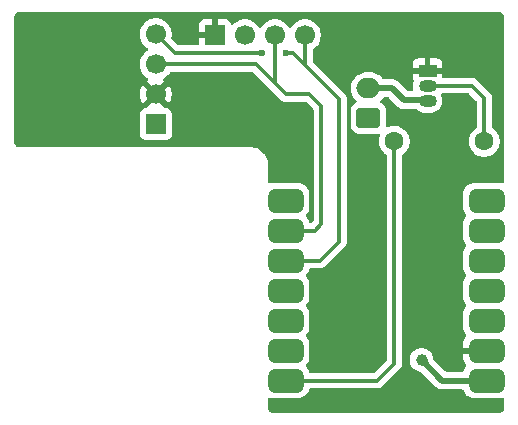
<source format=gbl>
%TF.GenerationSoftware,KiCad,Pcbnew,9.0.2*%
%TF.CreationDate,2025-08-29T11:08:53+00:00*%
%TF.ProjectId,AERIS-Nano Breakout Board,41455249-532d-44e6-916e-6f2042726561,rev?*%
%TF.SameCoordinates,Original*%
%TF.FileFunction,Copper,L2,Bot*%
%TF.FilePolarity,Positive*%
%FSLAX46Y46*%
G04 Gerber Fmt 4.6, Leading zero omitted, Abs format (unit mm)*
G04 Created by KiCad (PCBNEW 9.0.2) date 2025-08-29 11:08:53*
%MOMM*%
%LPD*%
G01*
G04 APERTURE LIST*
G04 Aperture macros list*
%AMRoundRect*
0 Rectangle with rounded corners*
0 $1 Rounding radius*
0 $2 $3 $4 $5 $6 $7 $8 $9 X,Y pos of 4 corners*
0 Add a 4 corners polygon primitive as box body*
4,1,4,$2,$3,$4,$5,$6,$7,$8,$9,$2,$3,0*
0 Add four circle primitives for the rounded corners*
1,1,$1+$1,$2,$3*
1,1,$1+$1,$4,$5*
1,1,$1+$1,$6,$7*
1,1,$1+$1,$8,$9*
0 Add four rect primitives between the rounded corners*
20,1,$1+$1,$2,$3,$4,$5,0*
20,1,$1+$1,$4,$5,$6,$7,0*
20,1,$1+$1,$6,$7,$8,$9,0*
20,1,$1+$1,$8,$9,$2,$3,0*%
G04 Aperture macros list end*
%TA.AperFunction,ComponentPad*%
%ADD10R,1.700000X1.700000*%
%TD*%
%TA.AperFunction,ComponentPad*%
%ADD11C,1.700000*%
%TD*%
%TA.AperFunction,ComponentPad*%
%ADD12C,1.600000*%
%TD*%
%TA.AperFunction,ComponentPad*%
%ADD13RoundRect,0.250000X0.750000X-0.600000X0.750000X0.600000X-0.750000X0.600000X-0.750000X-0.600000X0*%
%TD*%
%TA.AperFunction,ComponentPad*%
%ADD14O,2.000000X1.700000*%
%TD*%
%TA.AperFunction,SMDPad,CuDef*%
%ADD15RoundRect,0.500000X-1.000000X-0.500000X1.000000X-0.500000X1.000000X0.500000X-1.000000X0.500000X0*%
%TD*%
%TA.AperFunction,ComponentPad*%
%ADD16R,1.500000X1.050000*%
%TD*%
%TA.AperFunction,ComponentPad*%
%ADD17O,1.500000X1.050000*%
%TD*%
%TA.AperFunction,ViaPad*%
%ADD18C,0.600000*%
%TD*%
%TA.AperFunction,ViaPad*%
%ADD19C,1.000000*%
%TD*%
%TA.AperFunction,Conductor*%
%ADD20C,0.500000*%
%TD*%
%TA.AperFunction,Conductor*%
%ADD21C,0.300000*%
%TD*%
G04 APERTURE END LIST*
D10*
%TO.P,J1,1,Pin_1*%
%TO.N,GND*%
X164500000Y-93000000D03*
D11*
%TO.P,J1,2,Pin_2*%
%TO.N,+5V*%
X167040000Y-93000000D03*
%TO.P,J1,3,Pin_3*%
%TO.N,/SCL*%
X169580000Y-93000000D03*
%TO.P,J1,4,Pin_4*%
%TO.N,/SDA*%
X172120000Y-93000000D03*
%TD*%
D10*
%TO.P,J2,1,Pin_1*%
%TO.N,+5V*%
X159500000Y-100540000D03*
D11*
%TO.P,J2,2,Pin_2*%
%TO.N,GND*%
X159500000Y-98000000D03*
%TO.P,J2,3,Pin_3*%
%TO.N,/SCL*%
X159500000Y-95460000D03*
%TO.P,J2,4,Pin_4*%
%TO.N,/SDA*%
X159500000Y-92920000D03*
%TD*%
D12*
%TO.P,R1,1*%
%TO.N,/PWM*%
X179690000Y-102000000D03*
%TO.P,R1,2*%
%TO.N,Net-(Q1-B)*%
X187310000Y-102000000D03*
%TD*%
D13*
%TO.P,J3,1,Pin_1*%
%TO.N,+5V*%
X177500000Y-100000000D03*
D14*
%TO.P,J3,2,Pin_2*%
%TO.N,Net-(J3-Pin_2)*%
X177500000Y-97500000D03*
%TD*%
D15*
%TO.P,U1,1,D0*%
%TO.N,/PWM*%
X170500000Y-122240000D03*
%TO.P,U1,2,D1*%
%TO.N,unconnected-(U1-D1-Pad2)*%
X170500000Y-119700000D03*
%TO.P,U1,3,D2*%
%TO.N,unconnected-(U1-D2-Pad3)*%
X170500000Y-117160000D03*
%TO.P,U1,4,D3*%
%TO.N,unconnected-(U1-D3-Pad4)*%
X170500000Y-114620000D03*
%TO.P,U1,5,D4*%
%TO.N,/SDA*%
X170500000Y-112080000D03*
%TO.P,U1,6,D5*%
%TO.N,/SCL*%
X170500000Y-109540000D03*
%TO.P,U1,7,TX_D6*%
%TO.N,unconnected-(U1-TX_D6-Pad7)*%
X170500000Y-107000000D03*
%TO.P,U1,8,RX_D7*%
%TO.N,unconnected-(U1-RX_D7-Pad8)*%
X187500000Y-107000000D03*
%TO.P,U1,9,D8*%
%TO.N,unconnected-(U1-D8-Pad9)*%
X187500000Y-109540000D03*
%TO.P,U1,10,D9*%
%TO.N,unconnected-(U1-D9-Pad10)*%
X187500000Y-112080000D03*
%TO.P,U1,11,D10*%
%TO.N,unconnected-(U1-D10-Pad11)*%
X187500000Y-114620000D03*
%TO.P,U1,12,VCC_3V3*%
%TO.N,unconnected-(U1-VCC_3V3-Pad12)*%
X187500000Y-117160000D03*
%TO.P,U1,13,GND*%
%TO.N,GND*%
X187500000Y-119700000D03*
%TO.P,U1,14,VUSB*%
%TO.N,+5V*%
X187500000Y-122240000D03*
%TD*%
D16*
%TO.P,Q1,1,E*%
%TO.N,GND*%
X182500000Y-96000000D03*
D17*
%TO.P,Q1,2,B*%
%TO.N,Net-(Q1-B)*%
X182500000Y-97270000D03*
%TO.P,Q1,3,C*%
%TO.N,Net-(J3-Pin_2)*%
X182500000Y-98540000D03*
%TD*%
D18*
%TO.N,/SDA*%
X168500000Y-94500000D03*
X170500000Y-94500000D03*
D19*
%TO.N,+5V*%
X182000000Y-120500000D03*
%TD*%
D20*
%TO.N,GND*%
X187500000Y-119700000D02*
X185200000Y-119700000D01*
D21*
%TO.N,/SCL*%
X169580000Y-92500000D02*
X169580000Y-97080000D01*
X169500000Y-97000000D02*
X167960000Y-95460000D01*
X167960000Y-95460000D02*
X159500000Y-95460000D01*
X169500000Y-97000000D02*
X170500000Y-98000000D01*
X169580000Y-97000000D02*
X169500000Y-97000000D01*
X172960000Y-109540000D02*
X170500000Y-109540000D01*
X172500000Y-98000000D02*
X173500000Y-99000000D01*
X173500000Y-99000000D02*
X173500000Y-109000000D01*
X173500000Y-109000000D02*
X172960000Y-109540000D01*
X169580000Y-97000000D02*
X169580000Y-97080000D01*
X170500000Y-98000000D02*
X172500000Y-98000000D01*
%TO.N,/SDA*%
X175000000Y-98380000D02*
X175000000Y-110500000D01*
X172120000Y-95500000D02*
X172120000Y-92500000D01*
X171120000Y-94500000D02*
X172120000Y-95500000D01*
X161080000Y-94500000D02*
X168500000Y-94500000D01*
X173420000Y-112080000D02*
X170500000Y-112080000D01*
X170500000Y-94500000D02*
X171120000Y-94500000D01*
X159500000Y-92920000D02*
X161080000Y-94500000D01*
X172120000Y-95500000D02*
X175000000Y-98380000D01*
X175000000Y-110500000D02*
X173420000Y-112080000D01*
D20*
%TO.N,+5V*%
X183740000Y-122240000D02*
X182000000Y-120500000D01*
X187500000Y-122240000D02*
X183740000Y-122240000D01*
%TO.N,Net-(J3-Pin_2)*%
X177500000Y-97500000D02*
X179500000Y-97500000D01*
D21*
X182460000Y-98500000D02*
X182500000Y-98540000D01*
D20*
X179500000Y-97500000D02*
X180500000Y-98500000D01*
X180500000Y-98500000D02*
X182460000Y-98500000D01*
D21*
%TO.N,Net-(Q1-B)*%
X187310000Y-98310000D02*
X187310000Y-102000000D01*
X182500000Y-97270000D02*
X186270000Y-97270000D01*
X186270000Y-97270000D02*
X187310000Y-98310000D01*
%TO.N,/PWM*%
X179690000Y-120810000D02*
X178260000Y-122240000D01*
X179690000Y-102000000D02*
X179690000Y-120810000D01*
X178260000Y-122240000D02*
X170500000Y-122240000D01*
%TD*%
%TA.AperFunction,Conductor*%
%TO.N,GND*%
G36*
X188506922Y-91001280D02*
G01*
X188597266Y-91011459D01*
X188624331Y-91017636D01*
X188703540Y-91045352D01*
X188728553Y-91057398D01*
X188799606Y-91102043D01*
X188821313Y-91119355D01*
X188880644Y-91178686D01*
X188897957Y-91200395D01*
X188942600Y-91271444D01*
X188954648Y-91296462D01*
X188982362Y-91375666D01*
X188988540Y-91402735D01*
X188998720Y-91493076D01*
X188999500Y-91506961D01*
X188999500Y-105437815D01*
X188979815Y-105504854D01*
X188927011Y-105550609D01*
X188857853Y-105560553D01*
X188841389Y-105557031D01*
X188706261Y-105518367D01*
X188677418Y-105510114D01*
X188677416Y-105510113D01*
X188677413Y-105510113D01*
X188611102Y-105504217D01*
X188558037Y-105499500D01*
X188558032Y-105499500D01*
X186441971Y-105499500D01*
X186441965Y-105499500D01*
X186441964Y-105499501D01*
X186430316Y-105500536D01*
X186322584Y-105510113D01*
X186126954Y-105566089D01*
X186036772Y-105613196D01*
X185946593Y-105660302D01*
X185946591Y-105660303D01*
X185946590Y-105660304D01*
X185788890Y-105788890D01*
X185660304Y-105946590D01*
X185566089Y-106126954D01*
X185510114Y-106322583D01*
X185510113Y-106322586D01*
X185499500Y-106441966D01*
X185499500Y-107558028D01*
X185499501Y-107558034D01*
X185510113Y-107677415D01*
X185566089Y-107873045D01*
X185566090Y-107873048D01*
X185566091Y-107873049D01*
X185660302Y-108053407D01*
X185660304Y-108053409D01*
X185773015Y-108191639D01*
X185800124Y-108256036D01*
X185788115Y-108324865D01*
X185773015Y-108348361D01*
X185660304Y-108486590D01*
X185566089Y-108666954D01*
X185510114Y-108862583D01*
X185510113Y-108862586D01*
X185499500Y-108981966D01*
X185499500Y-110098028D01*
X185499501Y-110098034D01*
X185510113Y-110217415D01*
X185566089Y-110413045D01*
X185566090Y-110413048D01*
X185566091Y-110413049D01*
X185660302Y-110593407D01*
X185660304Y-110593409D01*
X185773015Y-110731639D01*
X185800124Y-110796036D01*
X185788115Y-110864865D01*
X185773015Y-110888361D01*
X185660304Y-111026590D01*
X185566089Y-111206954D01*
X185510114Y-111402583D01*
X185510113Y-111402586D01*
X185499500Y-111521966D01*
X185499500Y-112638028D01*
X185499501Y-112638034D01*
X185510113Y-112757415D01*
X185566089Y-112953045D01*
X185566090Y-112953048D01*
X185566091Y-112953049D01*
X185660302Y-113133407D01*
X185660304Y-113133409D01*
X185773015Y-113271639D01*
X185800124Y-113336036D01*
X185788115Y-113404865D01*
X185773015Y-113428361D01*
X185660304Y-113566590D01*
X185566089Y-113746954D01*
X185510114Y-113942583D01*
X185510113Y-113942586D01*
X185499500Y-114061966D01*
X185499500Y-115178028D01*
X185499501Y-115178034D01*
X185510113Y-115297415D01*
X185566089Y-115493045D01*
X185566090Y-115493048D01*
X185566091Y-115493049D01*
X185660302Y-115673407D01*
X185660304Y-115673409D01*
X185773015Y-115811639D01*
X185800124Y-115876036D01*
X185788115Y-115944865D01*
X185773015Y-115968361D01*
X185660304Y-116106590D01*
X185566089Y-116286954D01*
X185510114Y-116482583D01*
X185510113Y-116482586D01*
X185499500Y-116601966D01*
X185499500Y-117718028D01*
X185499501Y-117718034D01*
X185510113Y-117837415D01*
X185566089Y-118033045D01*
X185566090Y-118033048D01*
X185566091Y-118033049D01*
X185660302Y-118213407D01*
X185660304Y-118213409D01*
X185773338Y-118352035D01*
X185800447Y-118416432D01*
X185788438Y-118485261D01*
X185773338Y-118508757D01*
X185660721Y-118646870D01*
X185566557Y-118827138D01*
X185510609Y-119022671D01*
X185510608Y-119022674D01*
X185500000Y-119141999D01*
X185500000Y-120258000D01*
X185510608Y-120377325D01*
X185510609Y-120377328D01*
X185566557Y-120572861D01*
X185660721Y-120753129D01*
X185773338Y-120891242D01*
X185800447Y-120955638D01*
X185788438Y-121024468D01*
X185773338Y-121047963D01*
X185660305Y-121186587D01*
X185566088Y-121366956D01*
X185556744Y-121399613D01*
X185519376Y-121458651D01*
X185456022Y-121488113D01*
X185437529Y-121489500D01*
X184102229Y-121489500D01*
X184035190Y-121469815D01*
X184014548Y-121453181D01*
X183035989Y-120474621D01*
X183002504Y-120413298D01*
X183001168Y-120404815D01*
X182962052Y-120208170D01*
X182962051Y-120208169D01*
X182962051Y-120208165D01*
X182962049Y-120208160D01*
X182886635Y-120026092D01*
X182886628Y-120026079D01*
X182777139Y-119862218D01*
X182777136Y-119862214D01*
X182637785Y-119722863D01*
X182637781Y-119722860D01*
X182473920Y-119613371D01*
X182473907Y-119613364D01*
X182291839Y-119537950D01*
X182291829Y-119537947D01*
X182098543Y-119499500D01*
X182098541Y-119499500D01*
X181901459Y-119499500D01*
X181901457Y-119499500D01*
X181708170Y-119537947D01*
X181708160Y-119537950D01*
X181526092Y-119613364D01*
X181526079Y-119613371D01*
X181362218Y-119722860D01*
X181362214Y-119722863D01*
X181222863Y-119862214D01*
X181222860Y-119862218D01*
X181113371Y-120026079D01*
X181113364Y-120026092D01*
X181037950Y-120208160D01*
X181037947Y-120208170D01*
X180999500Y-120401456D01*
X180999500Y-120401459D01*
X180999500Y-120598541D01*
X180999500Y-120598543D01*
X180999499Y-120598543D01*
X181037947Y-120791829D01*
X181037950Y-120791839D01*
X181113364Y-120973907D01*
X181113371Y-120973920D01*
X181222860Y-121137781D01*
X181222863Y-121137785D01*
X181362214Y-121277136D01*
X181362218Y-121277139D01*
X181526079Y-121386628D01*
X181526092Y-121386635D01*
X181708160Y-121462049D01*
X181708165Y-121462051D01*
X181708169Y-121462051D01*
X181708170Y-121462052D01*
X181907434Y-121501689D01*
X181907075Y-121503491D01*
X181963876Y-121526423D01*
X181974621Y-121535989D01*
X183157049Y-122718416D01*
X183255098Y-122816465D01*
X183261585Y-122822952D01*
X183384498Y-122905080D01*
X183384511Y-122905087D01*
X183414281Y-122917418D01*
X183414282Y-122917418D01*
X183521088Y-122961659D01*
X183637241Y-122984763D01*
X183656468Y-122988587D01*
X183666081Y-122990500D01*
X183666082Y-122990500D01*
X183666083Y-122990500D01*
X183813918Y-122990500D01*
X185437529Y-122990500D01*
X185504568Y-123010185D01*
X185550323Y-123062989D01*
X185556744Y-123080387D01*
X185566088Y-123113043D01*
X185566090Y-123113048D01*
X185566091Y-123113049D01*
X185660302Y-123293407D01*
X185660304Y-123293409D01*
X185788890Y-123451109D01*
X185882803Y-123527684D01*
X185946593Y-123579698D01*
X186126951Y-123673909D01*
X186322582Y-123729886D01*
X186441963Y-123740500D01*
X188558036Y-123740499D01*
X188677418Y-123729886D01*
X188841389Y-123682968D01*
X188911256Y-123683451D01*
X188969772Y-123721631D01*
X188998357Y-123785386D01*
X188999500Y-123802184D01*
X188999500Y-124493038D01*
X188998720Y-124506922D01*
X188998720Y-124506923D01*
X188988540Y-124597264D01*
X188982362Y-124624333D01*
X188954648Y-124703537D01*
X188942600Y-124728555D01*
X188897957Y-124799604D01*
X188880644Y-124821313D01*
X188821313Y-124880644D01*
X188799604Y-124897957D01*
X188728555Y-124942600D01*
X188703537Y-124954648D01*
X188624333Y-124982362D01*
X188597264Y-124988540D01*
X188517075Y-124997576D01*
X188506921Y-124998720D01*
X188493038Y-124999500D01*
X169506962Y-124999500D01*
X169493078Y-124998720D01*
X169480553Y-124997308D01*
X169402735Y-124988540D01*
X169375666Y-124982362D01*
X169296462Y-124954648D01*
X169271444Y-124942600D01*
X169200395Y-124897957D01*
X169178686Y-124880644D01*
X169119355Y-124821313D01*
X169102042Y-124799604D01*
X169057399Y-124728555D01*
X169045351Y-124703537D01*
X169017637Y-124624333D01*
X169011459Y-124597263D01*
X169001280Y-124506922D01*
X169000500Y-124493038D01*
X169000500Y-123802184D01*
X169020185Y-123735145D01*
X169072989Y-123689390D01*
X169142147Y-123679446D01*
X169158607Y-123682966D01*
X169322582Y-123729886D01*
X169441963Y-123740500D01*
X171558036Y-123740499D01*
X171677418Y-123729886D01*
X171873049Y-123673909D01*
X172053407Y-123579698D01*
X172211109Y-123451109D01*
X172339698Y-123293407D01*
X172433909Y-123113049D01*
X172471868Y-122980386D01*
X172509234Y-122921351D01*
X172572587Y-122891887D01*
X172591083Y-122890500D01*
X178324071Y-122890500D01*
X178408615Y-122873682D01*
X178449744Y-122865501D01*
X178568127Y-122816465D01*
X178674669Y-122745277D01*
X180195276Y-121224670D01*
X180266465Y-121118127D01*
X180315501Y-120999744D01*
X180340500Y-120874069D01*
X180340500Y-103198070D01*
X180360185Y-103131031D01*
X180391613Y-103097753D01*
X180537219Y-102991966D01*
X180681966Y-102847219D01*
X180681968Y-102847215D01*
X180681971Y-102847213D01*
X180773705Y-102720950D01*
X180802287Y-102681610D01*
X180895220Y-102499219D01*
X180958477Y-102304534D01*
X180990500Y-102102352D01*
X180990500Y-101897648D01*
X180966726Y-101747546D01*
X180958477Y-101695465D01*
X180895218Y-101500776D01*
X180846829Y-101405809D01*
X180802287Y-101318390D01*
X180777893Y-101284814D01*
X180681971Y-101152786D01*
X180537213Y-101008028D01*
X180371613Y-100887715D01*
X180371612Y-100887714D01*
X180371610Y-100887713D01*
X180291542Y-100846916D01*
X180189223Y-100794781D01*
X179994534Y-100731522D01*
X179819995Y-100703878D01*
X179792352Y-100699500D01*
X179587648Y-100699500D01*
X179563329Y-100703351D01*
X179385465Y-100731522D01*
X179233759Y-100780815D01*
X179190781Y-100794780D01*
X179190778Y-100794781D01*
X179190776Y-100794782D01*
X179177230Y-100801684D01*
X179108560Y-100814579D01*
X179043820Y-100788301D01*
X179003564Y-100731194D01*
X178997579Y-100678596D01*
X179000500Y-100650009D01*
X179000499Y-99349992D01*
X178999126Y-99336555D01*
X178989999Y-99247203D01*
X178989998Y-99247200D01*
X178985335Y-99233127D01*
X178934814Y-99080666D01*
X178842712Y-98931344D01*
X178718656Y-98807288D01*
X178569334Y-98715186D01*
X178569333Y-98715185D01*
X178563878Y-98711821D01*
X178517154Y-98659873D01*
X178505931Y-98590910D01*
X178533775Y-98526828D01*
X178541272Y-98518623D01*
X178680104Y-98379792D01*
X178726359Y-98316127D01*
X178736903Y-98301615D01*
X178792233Y-98258949D01*
X178837221Y-98250500D01*
X179137770Y-98250500D01*
X179204809Y-98270185D01*
X179225451Y-98286819D01*
X180021585Y-99082952D01*
X180021590Y-99082956D01*
X180058338Y-99107509D01*
X180062373Y-99110205D01*
X180144505Y-99165084D01*
X180201080Y-99188518D01*
X180281088Y-99221659D01*
X180397241Y-99244763D01*
X180416468Y-99248587D01*
X180426081Y-99250500D01*
X180426082Y-99250500D01*
X180426083Y-99250500D01*
X180573918Y-99250500D01*
X181483862Y-99250500D01*
X181550901Y-99270185D01*
X181571544Y-99286820D01*
X181621278Y-99336555D01*
X181621281Y-99336558D01*
X181789237Y-99448782D01*
X181789241Y-99448784D01*
X181789244Y-99448786D01*
X181975873Y-99526091D01*
X182173992Y-99565499D01*
X182173996Y-99565500D01*
X182173997Y-99565500D01*
X182826004Y-99565500D01*
X182826005Y-99565499D01*
X183024127Y-99526091D01*
X183210756Y-99448786D01*
X183378718Y-99336558D01*
X183521558Y-99193718D01*
X183633786Y-99025756D01*
X183711091Y-98839127D01*
X183750500Y-98641003D01*
X183750500Y-98438997D01*
X183711091Y-98240873D01*
X183668958Y-98139156D01*
X183649406Y-98091953D01*
X183641937Y-98022483D01*
X183673212Y-97960004D01*
X183733301Y-97924352D01*
X183763967Y-97920500D01*
X185949192Y-97920500D01*
X186016231Y-97940185D01*
X186036873Y-97956819D01*
X186623181Y-98543127D01*
X186656666Y-98604450D01*
X186659500Y-98630808D01*
X186659500Y-100801928D01*
X186639815Y-100868967D01*
X186608385Y-100902246D01*
X186462787Y-101008028D01*
X186462782Y-101008032D01*
X186318028Y-101152786D01*
X186197715Y-101318386D01*
X186104781Y-101500776D01*
X186041522Y-101695465D01*
X186009500Y-101897648D01*
X186009500Y-102102351D01*
X186041522Y-102304534D01*
X186104781Y-102499223D01*
X186168691Y-102624653D01*
X186196729Y-102679679D01*
X186197715Y-102681613D01*
X186318028Y-102847213D01*
X186462786Y-102991971D01*
X186561548Y-103063724D01*
X186628390Y-103112287D01*
X186708453Y-103153081D01*
X186810776Y-103205218D01*
X186810778Y-103205218D01*
X186810781Y-103205220D01*
X186915137Y-103239127D01*
X187005465Y-103268477D01*
X187106557Y-103284488D01*
X187207648Y-103300500D01*
X187207649Y-103300500D01*
X187412351Y-103300500D01*
X187412352Y-103300500D01*
X187614534Y-103268477D01*
X187809219Y-103205220D01*
X187991610Y-103112287D01*
X188084590Y-103044732D01*
X188157213Y-102991971D01*
X188157215Y-102991968D01*
X188157219Y-102991966D01*
X188301966Y-102847219D01*
X188301968Y-102847215D01*
X188301971Y-102847213D01*
X188393705Y-102720950D01*
X188422287Y-102681610D01*
X188515220Y-102499219D01*
X188578477Y-102304534D01*
X188610500Y-102102352D01*
X188610500Y-101897648D01*
X188586726Y-101747546D01*
X188578477Y-101695465D01*
X188515218Y-101500776D01*
X188466829Y-101405809D01*
X188422287Y-101318390D01*
X188397893Y-101284814D01*
X188301971Y-101152786D01*
X188157217Y-101008032D01*
X188157212Y-101008028D01*
X188011615Y-100902246D01*
X187968949Y-100846916D01*
X187960500Y-100801928D01*
X187960500Y-98245928D01*
X187935502Y-98120261D01*
X187935501Y-98120260D01*
X187935501Y-98120256D01*
X187886465Y-98001873D01*
X187870792Y-97978416D01*
X187815277Y-97895331D01*
X187815275Y-97895328D01*
X186684673Y-96764726D01*
X186676391Y-96759192D01*
X186578127Y-96693535D01*
X186515915Y-96667766D01*
X186459744Y-96644499D01*
X186459738Y-96644497D01*
X186334071Y-96619500D01*
X186334069Y-96619500D01*
X183874000Y-96619500D01*
X183806961Y-96599815D01*
X183761206Y-96547011D01*
X183750000Y-96495500D01*
X183750000Y-96250000D01*
X182865866Y-96250000D01*
X182841674Y-96247617D01*
X182826004Y-96244500D01*
X182826003Y-96244500D01*
X182785830Y-96244500D01*
X182800075Y-96230255D01*
X182849444Y-96144745D01*
X182875000Y-96049370D01*
X182875000Y-95950630D01*
X182849444Y-95855255D01*
X182800075Y-95769745D01*
X182780330Y-95750000D01*
X183750000Y-95750000D01*
X183750000Y-95427172D01*
X183749999Y-95427155D01*
X183743598Y-95367627D01*
X183743596Y-95367620D01*
X183693354Y-95232913D01*
X183693350Y-95232906D01*
X183607190Y-95117812D01*
X183607187Y-95117809D01*
X183492093Y-95031649D01*
X183492086Y-95031645D01*
X183357379Y-94981403D01*
X183357372Y-94981401D01*
X183297844Y-94975000D01*
X182750000Y-94975000D01*
X182750000Y-95719670D01*
X182730255Y-95699925D01*
X182644745Y-95650556D01*
X182549370Y-95625000D01*
X182450630Y-95625000D01*
X182355255Y-95650556D01*
X182269745Y-95699925D01*
X182250000Y-95719670D01*
X182250000Y-94975000D01*
X181702155Y-94975000D01*
X181642627Y-94981401D01*
X181642620Y-94981403D01*
X181507913Y-95031645D01*
X181507906Y-95031649D01*
X181392812Y-95117809D01*
X181392809Y-95117812D01*
X181306649Y-95232906D01*
X181306645Y-95232913D01*
X181256403Y-95367620D01*
X181256401Y-95367627D01*
X181250000Y-95427155D01*
X181250000Y-95750000D01*
X182219670Y-95750000D01*
X182199925Y-95769745D01*
X182150556Y-95855255D01*
X182125000Y-95950630D01*
X182125000Y-96049370D01*
X182150556Y-96144745D01*
X182199925Y-96230255D01*
X182214170Y-96244500D01*
X182173997Y-96244500D01*
X182173996Y-96244500D01*
X182158326Y-96247617D01*
X182134134Y-96250000D01*
X181250000Y-96250000D01*
X181250000Y-96572844D01*
X181256401Y-96632372D01*
X181256403Y-96632379D01*
X181306645Y-96767086D01*
X181307251Y-96767895D01*
X181307604Y-96768841D01*
X181310897Y-96774872D01*
X181310030Y-96775345D01*
X181331670Y-96833359D01*
X181322547Y-96889661D01*
X181288910Y-96970868D01*
X181288907Y-96970880D01*
X181249500Y-97168992D01*
X181249500Y-97371007D01*
X181288907Y-97569119D01*
X181288909Y-97569127D01*
X181292604Y-97578047D01*
X181300073Y-97647516D01*
X181268798Y-97709996D01*
X181208709Y-97745648D01*
X181178043Y-97749500D01*
X180862229Y-97749500D01*
X180795190Y-97729815D01*
X180774548Y-97713181D01*
X179978421Y-96917052D01*
X179978420Y-96917051D01*
X179937427Y-96889661D01*
X179885994Y-96855295D01*
X179855495Y-96834916D01*
X179855493Y-96834915D01*
X179855490Y-96834913D01*
X179718917Y-96778343D01*
X179718907Y-96778340D01*
X179573920Y-96749500D01*
X179573918Y-96749500D01*
X178837221Y-96749500D01*
X178770182Y-96729815D01*
X178736903Y-96698385D01*
X178680107Y-96620211D01*
X178529786Y-96469890D01*
X178357820Y-96344951D01*
X178168414Y-96248444D01*
X178168413Y-96248443D01*
X178168412Y-96248443D01*
X177966243Y-96182754D01*
X177966241Y-96182753D01*
X177966240Y-96182753D01*
X177804957Y-96157208D01*
X177756287Y-96149500D01*
X177243713Y-96149500D01*
X177195042Y-96157208D01*
X177033760Y-96182753D01*
X176831585Y-96248444D01*
X176642179Y-96344951D01*
X176470213Y-96469890D01*
X176319890Y-96620213D01*
X176194951Y-96792179D01*
X176098444Y-96981585D01*
X176032753Y-97183760D01*
X176002543Y-97374499D01*
X175999500Y-97393713D01*
X175999500Y-97606287D01*
X176032754Y-97816243D01*
X176093070Y-98001877D01*
X176098444Y-98018414D01*
X176194951Y-98207820D01*
X176319890Y-98379786D01*
X176458705Y-98518601D01*
X176492190Y-98579924D01*
X176487206Y-98649616D01*
X176445334Y-98705549D01*
X176436121Y-98711821D01*
X176281342Y-98807289D01*
X176157289Y-98931342D01*
X176065187Y-99080663D01*
X176065186Y-99080666D01*
X176010001Y-99247203D01*
X176010001Y-99247204D01*
X176010000Y-99247204D01*
X175999500Y-99349983D01*
X175999500Y-100650001D01*
X175999501Y-100650018D01*
X176010000Y-100752796D01*
X176010001Y-100752799D01*
X176041189Y-100846916D01*
X176065186Y-100919334D01*
X176157288Y-101068656D01*
X176281344Y-101192712D01*
X176430666Y-101284814D01*
X176597203Y-101339999D01*
X176699991Y-101350500D01*
X178300008Y-101350499D01*
X178352281Y-101345159D01*
X178420973Y-101357928D01*
X178471857Y-101405809D01*
X178488778Y-101473599D01*
X178482813Y-101506836D01*
X178421522Y-101695465D01*
X178389500Y-101897648D01*
X178389500Y-102102351D01*
X178421522Y-102304534D01*
X178484781Y-102499223D01*
X178548691Y-102624653D01*
X178576729Y-102679679D01*
X178577715Y-102681613D01*
X178698028Y-102847213D01*
X178842784Y-102991969D01*
X178911863Y-103042157D01*
X178988385Y-103097753D01*
X179031051Y-103153081D01*
X179039500Y-103198070D01*
X179039500Y-120489192D01*
X179019815Y-120556231D01*
X179003181Y-120576873D01*
X178026873Y-121553181D01*
X177965550Y-121586666D01*
X177939192Y-121589500D01*
X172591083Y-121589500D01*
X172524044Y-121569815D01*
X172478289Y-121517011D01*
X172471870Y-121499620D01*
X172439539Y-121386628D01*
X172433910Y-121366954D01*
X172433909Y-121366953D01*
X172433909Y-121366951D01*
X172339698Y-121186593D01*
X172226983Y-121048359D01*
X172199875Y-120983965D01*
X172211884Y-120915135D01*
X172226981Y-120891642D01*
X172339698Y-120753407D01*
X172433909Y-120573049D01*
X172489886Y-120377418D01*
X172500500Y-120258037D01*
X172500499Y-119141964D01*
X172489886Y-119022582D01*
X172433909Y-118826951D01*
X172339698Y-118646593D01*
X172226983Y-118508359D01*
X172199875Y-118443965D01*
X172211884Y-118375135D01*
X172226981Y-118351642D01*
X172339698Y-118213407D01*
X172433909Y-118033049D01*
X172489886Y-117837418D01*
X172500500Y-117718037D01*
X172500499Y-116601964D01*
X172489886Y-116482582D01*
X172433909Y-116286951D01*
X172339698Y-116106593D01*
X172226983Y-115968359D01*
X172199875Y-115903965D01*
X172211884Y-115835135D01*
X172226981Y-115811642D01*
X172339698Y-115673407D01*
X172433909Y-115493049D01*
X172489886Y-115297418D01*
X172500500Y-115178037D01*
X172500499Y-114061964D01*
X172489886Y-113942582D01*
X172433909Y-113746951D01*
X172339698Y-113566593D01*
X172226983Y-113428359D01*
X172199875Y-113363965D01*
X172211884Y-113295135D01*
X172226981Y-113271642D01*
X172339698Y-113133407D01*
X172433909Y-112953049D01*
X172471868Y-112820386D01*
X172509234Y-112761351D01*
X172572587Y-112731887D01*
X172591083Y-112730500D01*
X173484071Y-112730500D01*
X173568615Y-112713682D01*
X173609744Y-112705501D01*
X173728127Y-112656465D01*
X173834669Y-112585277D01*
X175505276Y-110914670D01*
X175540870Y-110861398D01*
X175576464Y-110808129D01*
X175598415Y-110755135D01*
X175625501Y-110689744D01*
X175634184Y-110646091D01*
X175650500Y-110564069D01*
X175650500Y-98315931D01*
X175650500Y-98315928D01*
X175625502Y-98190261D01*
X175625501Y-98190260D01*
X175625501Y-98190256D01*
X175576465Y-98071873D01*
X175564686Y-98054244D01*
X175540745Y-98018414D01*
X175505275Y-97965328D01*
X172806819Y-95266872D01*
X172773334Y-95205549D01*
X172770500Y-95179191D01*
X172770500Y-94259617D01*
X172790185Y-94192578D01*
X172824592Y-94158902D01*
X172823874Y-94157914D01*
X172827811Y-94155053D01*
X172827816Y-94155051D01*
X172999792Y-94030104D01*
X173150104Y-93879792D01*
X173150106Y-93879788D01*
X173150109Y-93879786D01*
X173275048Y-93707820D01*
X173275047Y-93707820D01*
X173275051Y-93707816D01*
X173371557Y-93518412D01*
X173437246Y-93316243D01*
X173470500Y-93106287D01*
X173470500Y-92893713D01*
X173437246Y-92683757D01*
X173371557Y-92481588D01*
X173275051Y-92292184D01*
X173275049Y-92292181D01*
X173275048Y-92292179D01*
X173150109Y-92120213D01*
X172999786Y-91969890D01*
X172827820Y-91844951D01*
X172638414Y-91748444D01*
X172638413Y-91748443D01*
X172638412Y-91748443D01*
X172436243Y-91682754D01*
X172436241Y-91682753D01*
X172436240Y-91682753D01*
X172274957Y-91657208D01*
X172226287Y-91649500D01*
X172013713Y-91649500D01*
X171965042Y-91657208D01*
X171803760Y-91682753D01*
X171601585Y-91748444D01*
X171412179Y-91844951D01*
X171240213Y-91969890D01*
X171089890Y-92120213D01*
X170964949Y-92292182D01*
X170960484Y-92300946D01*
X170912509Y-92351742D01*
X170844688Y-92368536D01*
X170778553Y-92345998D01*
X170739516Y-92300946D01*
X170735050Y-92292182D01*
X170610109Y-92120213D01*
X170459786Y-91969890D01*
X170287820Y-91844951D01*
X170098414Y-91748444D01*
X170098413Y-91748443D01*
X170098412Y-91748443D01*
X169896243Y-91682754D01*
X169896241Y-91682753D01*
X169896240Y-91682753D01*
X169734957Y-91657208D01*
X169686287Y-91649500D01*
X169473713Y-91649500D01*
X169425042Y-91657208D01*
X169263760Y-91682753D01*
X169061585Y-91748444D01*
X168872179Y-91844951D01*
X168700213Y-91969890D01*
X168549890Y-92120213D01*
X168424949Y-92292182D01*
X168420484Y-92300946D01*
X168372509Y-92351742D01*
X168304688Y-92368536D01*
X168238553Y-92345998D01*
X168199516Y-92300946D01*
X168195050Y-92292182D01*
X168070109Y-92120213D01*
X167919786Y-91969890D01*
X167747820Y-91844951D01*
X167558414Y-91748444D01*
X167558413Y-91748443D01*
X167558412Y-91748443D01*
X167356243Y-91682754D01*
X167356241Y-91682753D01*
X167356240Y-91682753D01*
X167194957Y-91657208D01*
X167146287Y-91649500D01*
X166933713Y-91649500D01*
X166885042Y-91657208D01*
X166723760Y-91682753D01*
X166521585Y-91748444D01*
X166332179Y-91844951D01*
X166160215Y-91969889D01*
X166046285Y-92083819D01*
X165984962Y-92117303D01*
X165915270Y-92112319D01*
X165859337Y-92070447D01*
X165842422Y-92039470D01*
X165793354Y-91907913D01*
X165793350Y-91907906D01*
X165707190Y-91792812D01*
X165707187Y-91792809D01*
X165592093Y-91706649D01*
X165592086Y-91706645D01*
X165457379Y-91656403D01*
X165457372Y-91656401D01*
X165397844Y-91650000D01*
X164750000Y-91650000D01*
X164750000Y-92566988D01*
X164692993Y-92534075D01*
X164565826Y-92500000D01*
X164434174Y-92500000D01*
X164307007Y-92534075D01*
X164250000Y-92566988D01*
X164250000Y-91650000D01*
X163602155Y-91650000D01*
X163542627Y-91656401D01*
X163542620Y-91656403D01*
X163407913Y-91706645D01*
X163407906Y-91706649D01*
X163292812Y-91792809D01*
X163292809Y-91792812D01*
X163206649Y-91907906D01*
X163206645Y-91907913D01*
X163156403Y-92042620D01*
X163156401Y-92042627D01*
X163150000Y-92102155D01*
X163150000Y-92750000D01*
X164066988Y-92750000D01*
X164034075Y-92807007D01*
X164000000Y-92934174D01*
X164000000Y-93065826D01*
X164034075Y-93192993D01*
X164066988Y-93250000D01*
X163150000Y-93250000D01*
X163150000Y-93725500D01*
X163130315Y-93792539D01*
X163077511Y-93838294D01*
X163026000Y-93849500D01*
X161400808Y-93849500D01*
X161333769Y-93829815D01*
X161313127Y-93813181D01*
X160850657Y-93350711D01*
X160817172Y-93289388D01*
X160817689Y-93241245D01*
X160816484Y-93241055D01*
X160837829Y-93106286D01*
X160850500Y-93026287D01*
X160850500Y-92813713D01*
X160817246Y-92603757D01*
X160751557Y-92401588D01*
X160655051Y-92212184D01*
X160625663Y-92171735D01*
X160625663Y-92171733D01*
X160530109Y-92040214D01*
X160530105Y-92040209D01*
X160379786Y-91889890D01*
X160207820Y-91764951D01*
X160018414Y-91668444D01*
X160018413Y-91668443D01*
X160018412Y-91668443D01*
X159816243Y-91602754D01*
X159816241Y-91602753D01*
X159816240Y-91602753D01*
X159654957Y-91577208D01*
X159606287Y-91569500D01*
X159393713Y-91569500D01*
X159345042Y-91577208D01*
X159183760Y-91602753D01*
X158981585Y-91668444D01*
X158792179Y-91764951D01*
X158620213Y-91889890D01*
X158469890Y-92040213D01*
X158344951Y-92212179D01*
X158248444Y-92401585D01*
X158182753Y-92603760D01*
X158168620Y-92692993D01*
X158149500Y-92813713D01*
X158149500Y-93026287D01*
X158182754Y-93236243D01*
X158235994Y-93400099D01*
X158248444Y-93438414D01*
X158344951Y-93627820D01*
X158469890Y-93799786D01*
X158620213Y-93950109D01*
X158792182Y-94075050D01*
X158800946Y-94079516D01*
X158851742Y-94127491D01*
X158868536Y-94195312D01*
X158845998Y-94261447D01*
X158800946Y-94300484D01*
X158792182Y-94304949D01*
X158620213Y-94429890D01*
X158469890Y-94580213D01*
X158344951Y-94752179D01*
X158248444Y-94941585D01*
X158182753Y-95143760D01*
X158149500Y-95353713D01*
X158149500Y-95566286D01*
X158182753Y-95776239D01*
X158248444Y-95978414D01*
X158344951Y-96167820D01*
X158469890Y-96339786D01*
X158620213Y-96490109D01*
X158792179Y-96615048D01*
X158792181Y-96615049D01*
X158792184Y-96615051D01*
X158801493Y-96619794D01*
X158852290Y-96667766D01*
X158869087Y-96735587D01*
X158846552Y-96801722D01*
X158801505Y-96840760D01*
X158792446Y-96845376D01*
X158792440Y-96845380D01*
X158738282Y-96884727D01*
X158738282Y-96884728D01*
X159370591Y-97517037D01*
X159307007Y-97534075D01*
X159192993Y-97599901D01*
X159099901Y-97692993D01*
X159034075Y-97807007D01*
X159017037Y-97870591D01*
X158384728Y-97238282D01*
X158384727Y-97238282D01*
X158345380Y-97292439D01*
X158248904Y-97481782D01*
X158183242Y-97683869D01*
X158183242Y-97683872D01*
X158150000Y-97893753D01*
X158150000Y-98106246D01*
X158183242Y-98316127D01*
X158183242Y-98316130D01*
X158248904Y-98518217D01*
X158345375Y-98707550D01*
X158384728Y-98761716D01*
X159017037Y-98129408D01*
X159034075Y-98192993D01*
X159099901Y-98307007D01*
X159192993Y-98400099D01*
X159307007Y-98465925D01*
X159370590Y-98482962D01*
X158700370Y-99153181D01*
X158639047Y-99186666D01*
X158612698Y-99189500D01*
X158602134Y-99189500D01*
X158602123Y-99189501D01*
X158542516Y-99195908D01*
X158407671Y-99246202D01*
X158407664Y-99246206D01*
X158292455Y-99332452D01*
X158292452Y-99332455D01*
X158206206Y-99447664D01*
X158206202Y-99447671D01*
X158155908Y-99582517D01*
X158149501Y-99642116D01*
X158149501Y-99642123D01*
X158149500Y-99642135D01*
X158149500Y-101437870D01*
X158149501Y-101437876D01*
X158155908Y-101497483D01*
X158206202Y-101632328D01*
X158206206Y-101632335D01*
X158292452Y-101747544D01*
X158292455Y-101747547D01*
X158407664Y-101833793D01*
X158407671Y-101833797D01*
X158542517Y-101884091D01*
X158542516Y-101884091D01*
X158549444Y-101884835D01*
X158602127Y-101890500D01*
X160397872Y-101890499D01*
X160457483Y-101884091D01*
X160592331Y-101833796D01*
X160707546Y-101747546D01*
X160793796Y-101632331D01*
X160844091Y-101497483D01*
X160850500Y-101437873D01*
X160850499Y-99642128D01*
X160844091Y-99582517D01*
X160823045Y-99526091D01*
X160793797Y-99447671D01*
X160793793Y-99447664D01*
X160707547Y-99332455D01*
X160707544Y-99332452D01*
X160592335Y-99246206D01*
X160592328Y-99246202D01*
X160457482Y-99195908D01*
X160457483Y-99195908D01*
X160397883Y-99189501D01*
X160397881Y-99189500D01*
X160397873Y-99189500D01*
X160397865Y-99189500D01*
X160387309Y-99189500D01*
X160320270Y-99169815D01*
X160299628Y-99153181D01*
X159629408Y-98482962D01*
X159692993Y-98465925D01*
X159807007Y-98400099D01*
X159900099Y-98307007D01*
X159965925Y-98192993D01*
X159982962Y-98129408D01*
X160615270Y-98761717D01*
X160615270Y-98761716D01*
X160654622Y-98707554D01*
X160751095Y-98518217D01*
X160816757Y-98316130D01*
X160816757Y-98316127D01*
X160850000Y-98106246D01*
X160850000Y-97893753D01*
X160816757Y-97683872D01*
X160816757Y-97683869D01*
X160751095Y-97481782D01*
X160654624Y-97292449D01*
X160615270Y-97238282D01*
X160615269Y-97238282D01*
X159982962Y-97870590D01*
X159965925Y-97807007D01*
X159900099Y-97692993D01*
X159807007Y-97599901D01*
X159692993Y-97534075D01*
X159629409Y-97517037D01*
X160261716Y-96884728D01*
X160207547Y-96845373D01*
X160207547Y-96845372D01*
X160198500Y-96840763D01*
X160147706Y-96792788D01*
X160130912Y-96724966D01*
X160153451Y-96658832D01*
X160198508Y-96619793D01*
X160207816Y-96615051D01*
X160301466Y-96547011D01*
X160379786Y-96490109D01*
X160379788Y-96490106D01*
X160379792Y-96490104D01*
X160530104Y-96339792D01*
X160530106Y-96339788D01*
X160530109Y-96339786D01*
X160657915Y-96163875D01*
X160659259Y-96164851D01*
X160705705Y-96122834D01*
X160759618Y-96110500D01*
X167639192Y-96110500D01*
X167706231Y-96130185D01*
X167726873Y-96146819D01*
X168994723Y-97414669D01*
X170085325Y-98505272D01*
X170085332Y-98505278D01*
X170191863Y-98576459D01*
X170191867Y-98576461D01*
X170191874Y-98576466D01*
X170258515Y-98604069D01*
X170310256Y-98625501D01*
X170310260Y-98625501D01*
X170310261Y-98625502D01*
X170435928Y-98650500D01*
X170435931Y-98650500D01*
X172179192Y-98650500D01*
X172246231Y-98670185D01*
X172266873Y-98686819D01*
X172813181Y-99233127D01*
X172846666Y-99294450D01*
X172849500Y-99320808D01*
X172849500Y-108679192D01*
X172840855Y-108708632D01*
X172834332Y-108738619D01*
X172830577Y-108743634D01*
X172829815Y-108746231D01*
X172813181Y-108766873D01*
X172726873Y-108853181D01*
X172665550Y-108886666D01*
X172639192Y-108889500D01*
X172591083Y-108889500D01*
X172524044Y-108869815D01*
X172478289Y-108817011D01*
X172471870Y-108799620D01*
X172433909Y-108666951D01*
X172339698Y-108486593D01*
X172226983Y-108348359D01*
X172199875Y-108283965D01*
X172211884Y-108215135D01*
X172226981Y-108191642D01*
X172339698Y-108053407D01*
X172433909Y-107873049D01*
X172489886Y-107677418D01*
X172500500Y-107558037D01*
X172500499Y-106441964D01*
X172489886Y-106322582D01*
X172433909Y-106126951D01*
X172339698Y-105946593D01*
X172287684Y-105882803D01*
X172211109Y-105788890D01*
X172053409Y-105660304D01*
X172053410Y-105660304D01*
X172053407Y-105660302D01*
X171873049Y-105566091D01*
X171873048Y-105566090D01*
X171873045Y-105566089D01*
X171755829Y-105532550D01*
X171677418Y-105510114D01*
X171677415Y-105510113D01*
X171677413Y-105510113D01*
X171611102Y-105504217D01*
X171558037Y-105499500D01*
X171558032Y-105499500D01*
X169441971Y-105499500D01*
X169441965Y-105499500D01*
X169441964Y-105499501D01*
X169430316Y-105500536D01*
X169322584Y-105510113D01*
X169158611Y-105557031D01*
X169088743Y-105556548D01*
X169030228Y-105518367D01*
X169001643Y-105454612D01*
X169000500Y-105437815D01*
X169000500Y-103892683D01*
X169000500Y-103892682D01*
X168969954Y-103680231D01*
X168909484Y-103474290D01*
X168909483Y-103474288D01*
X168909482Y-103474284D01*
X168820327Y-103279061D01*
X168820320Y-103279048D01*
X168739366Y-103153081D01*
X168704281Y-103098487D01*
X168671172Y-103060277D01*
X168563724Y-102936275D01*
X168401514Y-102795720D01*
X168401513Y-102795719D01*
X168336991Y-102754253D01*
X168220951Y-102679679D01*
X168220938Y-102679672D01*
X168025715Y-102590517D01*
X167819774Y-102530047D01*
X167819764Y-102530044D01*
X167628754Y-102502582D01*
X167607318Y-102499500D01*
X167607317Y-102499500D01*
X148006962Y-102499500D01*
X147993078Y-102498720D01*
X147980553Y-102497308D01*
X147902735Y-102488540D01*
X147875666Y-102482362D01*
X147796462Y-102454648D01*
X147771444Y-102442600D01*
X147700395Y-102397957D01*
X147678686Y-102380644D01*
X147619355Y-102321313D01*
X147602042Y-102299604D01*
X147557399Y-102228555D01*
X147545351Y-102203537D01*
X147517637Y-102124333D01*
X147511459Y-102097263D01*
X147501280Y-102006922D01*
X147500500Y-101993038D01*
X147500500Y-91506961D01*
X147501280Y-91493077D01*
X147501280Y-91493076D01*
X147511460Y-91402729D01*
X147517635Y-91375670D01*
X147545353Y-91296456D01*
X147557396Y-91271450D01*
X147602046Y-91200389D01*
X147619351Y-91178690D01*
X147678690Y-91119351D01*
X147700389Y-91102046D01*
X147771450Y-91057396D01*
X147796456Y-91045353D01*
X147875670Y-91017635D01*
X147902733Y-91011459D01*
X147965419Y-91004396D01*
X147993079Y-91001280D01*
X148006962Y-91000500D01*
X148065892Y-91000500D01*
X188434108Y-91000500D01*
X188493038Y-91000500D01*
X188506922Y-91001280D01*
G37*
%TD.AperFunction*%
%TD*%
M02*

</source>
